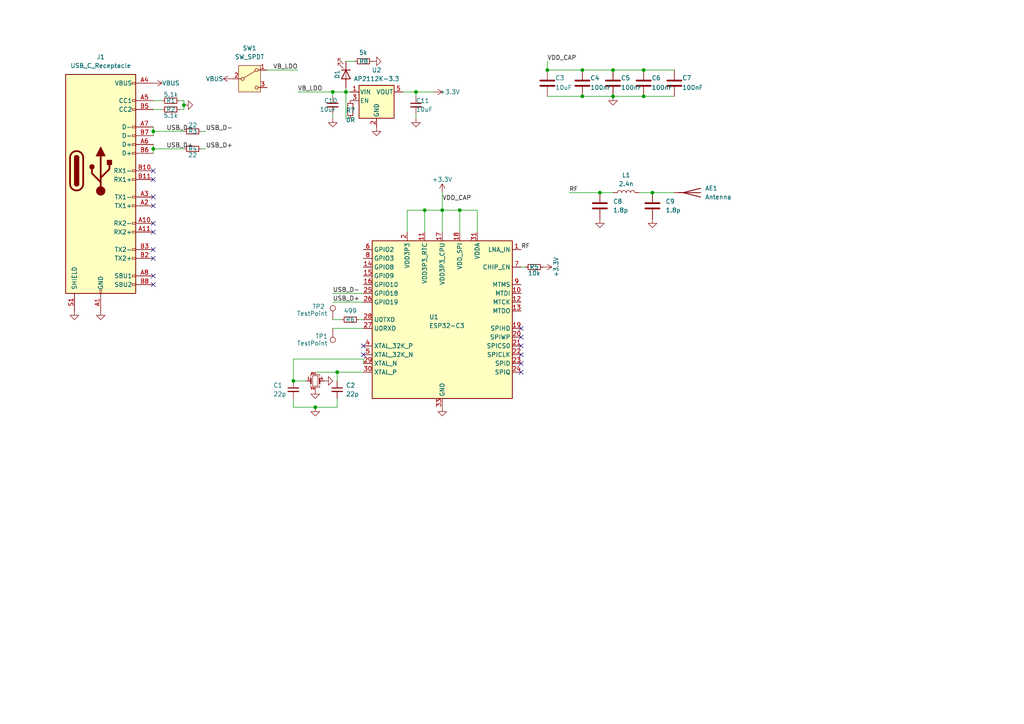
<source format=kicad_sch>
(kicad_sch (version 20231120) (generator "eeschema") (generator_version "8.0")
  (paper "A4")
  (lib_symbols
    (symbol "Connector:TestPoint" (pin_numbers hide) (pin_names (offset 0.762) hide)
      (property "Reference" "TP" (at 0 6.858 0))
      (property "Value" "TestPoint" (at 0 5.08 0))
      (symbol "TestPoint_0_1"
        (circle (center 0 3.302) (radius 0.762))
      )
      (symbol "TestPoint_1_1"
        (pin passive line (at 0 0 90) (length 2.54) (name "1") (number "1"))
      )
    )
    (symbol "Connector:USB_C_Receptacle" (pin_names (offset 1.016))
      (property "Reference" "J" (at -10.16 29.21 0))
      (property "Value" "USB_C_Receptacle" (at 10.16 29.21 0))
      (symbol "USB_C_Receptacle_0_0"
        (rectangle (start -0.254 -35.56) (end 0.254 -34.544))
        (rectangle (start 10.16 -32.766) (end 9.144 -33.274))
        (rectangle (start 10.16 -30.226) (end 9.144 -30.734))
        (rectangle (start 10.16 -25.146) (end 9.144 -25.654))
        (rectangle (start 10.16 -22.606) (end 9.144 -23.114))
        (rectangle (start 10.16 -17.526) (end 9.144 -18.034))
        (rectangle (start 10.16 -14.986) (end 9.144 -15.494))
        (rectangle (start 10.16 -9.906) (end 9.144 -10.414))
        (rectangle (start 10.16 -7.366) (end 9.144 -7.874))
        (rectangle (start 10.16 -2.286) (end 9.144 -2.794))
        (rectangle (start 10.16 0.254) (end 9.144 -0.254))
        (rectangle (start 10.16 5.334) (end 9.144 4.826))
        (rectangle (start 10.16 7.874) (end 9.144 7.366))
        (rectangle (start 10.16 10.414) (end 9.144 9.906))
        (rectangle (start 10.16 12.954) (end 9.144 12.446))
        (rectangle (start 10.16 18.034) (end 9.144 17.526))
        (rectangle (start 10.16 20.574) (end 9.144 20.066))
        (rectangle (start 10.16 25.654) (end 9.144 25.146))
      )
      (symbol "USB_C_Receptacle_0_1"
        (rectangle (start -10.16 27.94) (end 10.16 -35.56) (stroke (width 0.254)) (fill (type background)))
        (arc (start -8.89 -3.81) (mid -6.985 -5.7067) (end -5.08 -3.81) (stroke (width 0.508)))
        (arc (start -7.62 -3.81) (mid -6.985 -4.4423) (end -6.35 -3.81) (stroke (width 0.254)))
        (arc (start -7.62 -3.81) (mid -6.985 -4.4423) (end -6.35 -3.81) (stroke (width 0.254)) (fill (type outline)))
        (rectangle (start -7.62 -3.81) (end -6.35 3.81) (stroke (width 0.254)) (fill (type outline)))
        (arc (start -6.35 3.81) (mid -6.985 4.4423) (end -7.62 3.81) (stroke (width 0.254)))
        (arc (start -6.35 3.81) (mid -6.985 4.4423) (end -7.62 3.81) (stroke (width 0.254)) (fill (type outline)))
        (arc (start -5.08 3.81) (mid -6.985 5.7067) (end -8.89 3.81) (stroke (width 0.508)))
        (polyline (pts (xy -8.89 -3.81) (xy -8.89 3.81)) (stroke (width 0.508)))
        (polyline (pts (xy -5.08 3.81) (xy -5.08 -3.81)) (stroke (width 0.508)))
      )
      (symbol "USB_C_Receptacle_1_1"
        (circle (center -2.54 1.143) (radius 0.635) (stroke (width 0.254)) (fill (type outline)))
        (circle (center 0 -5.842) (radius 1.27) (fill (type outline)))
        (polyline (pts (xy 0 -5.842) (xy 0 4.318)) (stroke (width 0.508)))
        (polyline (pts (xy 0 -3.302) (xy -2.54 -0.762) (xy -2.54 0.508)) (stroke (width 0.508)))
        (polyline (pts (xy 0 -2.032) (xy 2.54 0.508) (xy 2.54 1.778)) (stroke (width 0.508)))
        (polyline (pts (xy -1.27 4.318) (xy 0 6.858) (xy 1.27 4.318) (xy -1.27 4.318)) (stroke (width 0.254)) (fill (type outline)))
        (rectangle (start 1.905 1.778) (end 3.175 3.048) (stroke (width 0.254)) (fill (type outline)))
        (pin passive line (at 0 -40.64 90) (length 5.08) (name "GND") (number "A1"))
        (pin bidirectional line (at 15.24 -15.24 180) (length 5.08) (name "RX2-") (number "A10"))
        (pin bidirectional line (at 15.24 -17.78 180) (length 5.08) (name "RX2+") (number "A11"))
        (pin passive line (at 0 -40.64 90) (length 5.08) hide (name "GND") (number "A12"))
        (pin bidirectional line (at 15.24 -10.16 180) (length 5.08) (name "TX1+") (number "A2"))
        (pin bidirectional line (at 15.24 -7.62 180) (length 5.08) (name "TX1-") (number "A3"))
        (pin passive line (at 15.24 25.4 180) (length 5.08) (name "VBUS") (number "A4"))
        (pin bidirectional line (at 15.24 20.32 180) (length 5.08) (name "CC1") (number "A5"))
        (pin bidirectional line (at 15.24 7.62 180) (length 5.08) (name "D+") (number "A6"))
        (pin bidirectional line (at 15.24 12.7 180) (length 5.08) (name "D-") (number "A7"))
        (pin bidirectional line (at 15.24 -30.48 180) (length 5.08) (name "SBU1") (number "A8"))
        (pin passive line (at 15.24 25.4 180) (length 5.08) hide (name "VBUS") (number "A9"))
        (pin passive line (at 0 -40.64 90) (length 5.08) hide (name "GND") (number "B1"))
        (pin bidirectional line (at 15.24 0 180) (length 5.08) (name "RX1-") (number "B10"))
        (pin bidirectional line (at 15.24 -2.54 180) (length 5.08) (name "RX1+") (number "B11"))
        (pin passive line (at 0 -40.64 90) (length 5.08) hide (name "GND") (number "B12"))
        (pin bidirectional line (at 15.24 -25.4 180) (length 5.08) (name "TX2+") (number "B2"))
        (pin bidirectional line (at 15.24 -22.86 180) (length 5.08) (name "TX2-") (number "B3"))
        (pin passive line (at 15.24 25.4 180) (length 5.08) hide (name "VBUS") (number "B4"))
        (pin bidirectional line (at 15.24 17.78 180) (length 5.08) (name "CC2") (number "B5"))
        (pin bidirectional line (at 15.24 5.08 180) (length 5.08) (name "D+") (number "B6"))
        (pin bidirectional line (at 15.24 10.16 180) (length 5.08) (name "D-") (number "B7"))
        (pin bidirectional line (at 15.24 -33.02 180) (length 5.08) (name "SBU2") (number "B8"))
        (pin passive line (at 15.24 25.4 180) (length 5.08) hide (name "VBUS") (number "B9"))
        (pin passive line (at -7.62 -40.64 90) (length 5.08) (name "SHIELD") (number "S1"))
      )
    )
    (symbol "Device:Antenna" (pin_numbers hide) (pin_names (offset 1.016) hide)
      (property "Reference" "AE" (at -1.905 1.905 0))
      (property "Value" "Antenna" (at -1.905 0 0))
      (symbol "Antenna_0_1"
        (polyline (pts (xy 0 2.54) (xy 0 -3.81)) (stroke (width 0.254)))
        (polyline (pts (xy 1.27 2.54) (xy 0 -2.54) (xy -1.27 2.54)) (stroke (width 0.254)))
      )
      (symbol "Antenna_1_1"
        (pin input line (at 0 -5.08 90) (length 2.54) (name "A") (number "1"))
      )
    )
    (symbol "Device:C" (pin_numbers hide) (pin_names (offset 0.254))
      (property "Reference" "C" (at 0.635 2.54 0))
      (property "Value" "C" (at 0.635 -2.54 0))
      (symbol "C_0_1"
        (polyline (pts (xy -2.032 -0.762) (xy 2.032 -0.762)) (stroke (width 0.508)))
        (polyline (pts (xy -2.032 0.762) (xy 2.032 0.762)) (stroke (width 0.508)))
      )
      (symbol "C_1_1"
        (pin passive line (at 0 3.81 270) (length 2.794) (name "~") (number "1"))
        (pin passive line (at 0 -3.81 90) (length 2.794) (name "~") (number "2"))
      )
    )
    (symbol "Device:C_Small" (pin_numbers hide) (pin_names (offset 0.254) hide)
      (property "Reference" "C" (at 0.254 1.778 0))
      (property "Value" "C_Small" (at 0.254 -2.032 0))
      (symbol "C_Small_0_1"
        (polyline (pts (xy -1.524 -0.508) (xy 1.524 -0.508)) (stroke (width 0.3302)))
        (polyline (pts (xy -1.524 0.508) (xy 1.524 0.508)) (stroke (width 0.3048)))
      )
      (symbol "C_Small_1_1"
        (pin passive line (at 0 2.54 270) (length 2.032) (name "~") (number "1"))
        (pin passive line (at 0 -2.54 90) (length 2.032) (name "~") (number "2"))
      )
    )
    (symbol "Device:Crystal_GND23_Small" (pin_names (offset 1.016) hide)
      (property "Reference" "Y" (at 1.27 4.445 0))
      (property "Value" "Crystal_GND23_Small" (at 1.27 2.54 0))
      (symbol "Crystal_GND23_Small_0_1"
        (rectangle (start -0.762 -1.524) (end 0.762 1.524))
        (polyline (pts (xy -1.27 -0.762) (xy -1.27 0.762)) (stroke (width 0.381)))
        (polyline (pts (xy 1.27 -0.762) (xy 1.27 0.762)) (stroke (width 0.381)))
        (polyline (pts (xy -1.27 -1.27) (xy -1.27 -1.905) (xy 1.27 -1.905) (xy 1.27 -1.27)))
        (polyline (pts (xy -1.27 1.27) (xy -1.27 1.905) (xy 1.27 1.905) (xy 1.27 1.27)))
      )
      (symbol "Crystal_GND23_Small_1_1"
        (pin passive line (at -2.54 0 0) (length 1.27) (name "1") (number "1"))
        (pin passive line (at 0 -2.54 90) (length 0.635) (name "2") (number "2"))
        (pin passive line (at 0 2.54 270) (length 0.635) (name "3") (number "3"))
        (pin passive line (at 2.54 0 180) (length 1.27) (name "4") (number "4"))
      )
    )
    (symbol "Device:L" (pin_numbers hide) (pin_names (offset 1.016) hide)
      (property "Reference" "L" (at -1.27 0 90))
      (property "Value" "L" (at 1.905 0 90))
      (symbol "L_0_1"
        (arc (start 0 -2.54) (mid 0.6323 -1.905) (end 0 -1.27))
        (arc (start 0 -1.27) (mid 0.6323 -0.635) (end 0 0))
        (arc (start 0 0) (mid 0.6323 0.635) (end 0 1.27))
        (arc (start 0 1.27) (mid 0.6323 1.905) (end 0 2.54))
      )
      (symbol "L_1_1"
        (pin passive line (at 0 3.81 270) (length 1.27) (name "1") (number "1"))
        (pin passive line (at 0 -3.81 90) (length 1.27) (name "2") (number "2"))
      )
    )
    (symbol "Device:LED" (pin_numbers hide) (pin_names (offset 1.016) hide)
      (property "Reference" "D" (at 0 2.54 0))
      (property "Value" "LED" (at 0 -2.54 0))
      (symbol "LED_0_1"
        (polyline (pts (xy -1.27 -1.27) (xy -1.27 1.27)) (stroke (width 0.254)))
        (polyline (pts (xy -1.27 0) (xy 1.27 0)))
        (polyline (pts (xy 1.27 -1.27) (xy 1.27 1.27) (xy -1.27 0) (xy 1.27 -1.27)) (stroke (width 0.254)))
        (polyline (pts (xy -3.048 -0.762) (xy -4.572 -2.286) (xy -3.81 -2.286) (xy -4.572 -2.286) (xy -4.572 -1.524)))
        (polyline (pts (xy -1.778 -0.762) (xy -3.302 -2.286) (xy -2.54 -2.286) (xy -3.302 -2.286) (xy -3.302 -1.524)))
      )
      (symbol "LED_1_1"
        (pin passive line (at -3.81 0 0) (length 2.54) (name "K") (number "1"))
        (pin passive line (at 3.81 0 180) (length 2.54) (name "A") (number "2"))
      )
    )
    (symbol "Device:R_Small" (pin_numbers hide) (pin_names (offset 0.254) hide)
      (property "Reference" "R" (at 0.762 0.508 0))
      (property "Value" "R_Small" (at 0.762 -1.016 0))
      (symbol "R_Small_0_1"
        (rectangle (start -0.762 1.778) (end 0.762 -1.778) (stroke (width 0.2032)))
      )
      (symbol "R_Small_1_1"
        (pin passive line (at 0 2.54 270) (length 0.762) (name "~") (number "1"))
        (pin passive line (at 0 -2.54 90) (length 0.762) (name "~") (number "2"))
      )
    )
    (symbol "MCU_Espressif:ESP32-C3"
      (property "Reference" "U" (at -17.272 23.876 0))
      (property "Value" "ESP32-C3" (at 16.256 23.876 0))
      (symbol "ESP32-C3_1_1"
        (rectangle (start -20.32 22.86) (end 20.32 -22.86) (stroke (width 0.254)) (fill (type background)))
        (pin bidirectional line (at 22.86 20.32 180) (length 2.54) (name "LNA_IN") (number "1"))
        (pin bidirectional line (at 22.86 7.62 180) (length 2.54) (name "MTDI") (number "10"))
        (pin power_in line (at -5.08 25.4 270) (length 2.54) (name "VDD3P3_RTC") (number "11"))
        (pin bidirectional line (at 22.86 5.08 180) (length 2.54) (name "MTCK") (number "12"))
        (pin bidirectional line (at 22.86 2.54 180) (length 2.54) (name "MTDO") (number "13"))
        (pin bidirectional line (at -22.86 15.24 0) (length 2.54) (name "GPIO8") (number "14"))
        (pin bidirectional line (at -22.86 12.7 0) (length 2.54) (name "GPIO9") (number "15"))
        (pin bidirectional line (at -22.86 10.16 0) (length 2.54) (name "GPIO10") (number "16"))
        (pin power_in line (at 0 25.4 270) (length 2.54) (name "VDD3P3_CPU") (number "17"))
        (pin power_out line (at 5.08 25.4 270) (length 2.54) (name "VDD_SPI") (number "18"))
        (pin bidirectional line (at 22.86 -2.54 180) (length 2.54) (name "SPIHD") (number "19"))
        (pin power_in line (at -10.16 25.4 270) (length 2.54) (name "VDD3P3") (number "2"))
        (pin bidirectional line (at 22.86 -5.08 180) (length 2.54) (name "SPIWP") (number "20"))
        (pin bidirectional line (at 22.86 -7.62 180) (length 2.54) (name "SPICS0") (number "21"))
        (pin bidirectional line (at 22.86 -10.16 180) (length 2.54) (name "SPICLK") (number "22"))
        (pin bidirectional line (at 22.86 -12.7 180) (length 2.54) (name "SPID") (number "23"))
        (pin bidirectional line (at 22.86 -15.24 180) (length 2.54) (name "SPIQ") (number "24"))
        (pin bidirectional line (at -22.86 7.62 0) (length 2.54) (name "GPIO18") (number "25"))
        (pin bidirectional line (at -22.86 5.08 0) (length 2.54) (name "GPIO19") (number "26"))
        (pin bidirectional line (at -22.86 -2.54 0) (length 2.54) (name "U0RXD") (number "27"))
        (pin bidirectional line (at -22.86 0 0) (length 2.54) (name "U0TXD") (number "28"))
        (pin bidirectional line (at -22.86 -12.7 0) (length 2.54) (name "XTAL_N") (number "29"))
        (pin passive line (at -10.16 25.4 270) (length 2.54) hide (name "VDD3P3") (number "3"))
        (pin bidirectional line (at -22.86 -15.24 0) (length 2.54) (name "XTAL_P") (number "30"))
        (pin power_in line (at 10.16 25.4 270) (length 2.54) (name "VDDA") (number "31"))
        (pin passive line (at 10.16 25.4 270) (length 2.54) hide (name "VDDA") (number "32"))
        (pin power_in line (at 0 -25.4 90) (length 2.54) (name "GND") (number "33"))
        (pin bidirectional line (at -22.86 -7.62 0) (length 2.54) (name "XTAL_32K_P") (number "4"))
        (pin bidirectional line (at -22.86 -10.16 0) (length 2.54) (name "XTAL_32K_N") (number "5"))
        (pin bidirectional line (at -22.86 20.32 0) (length 2.54) (name "GPIO2") (number "6"))
        (pin bidirectional line (at 22.86 15.24 180) (length 2.54) (name "CHIP_EN") (number "7"))
        (pin bidirectional line (at -22.86 17.78 0) (length 2.54) (name "GPIO3") (number "8"))
        (pin bidirectional line (at 22.86 10.16 180) (length 2.54) (name "MTMS") (number "9"))
      )
    )
    (symbol "Regulator_Linear:AP2112K-3.3" (pin_names (offset 0.254))
      (property "Reference" "U" (at -5.08 5.715 0))
      (property "Value" "AP2112K-3.3" (at 0 5.715 0))
      (symbol "AP2112K-3.3_0_1"
        (rectangle (start -5.08 4.445) (end 5.08 -5.08) (stroke (width 0.254)) (fill (type background)))
      )
      (symbol "AP2112K-3.3_1_1"
        (pin power_in line (at -7.62 2.54 0) (length 2.54) (name "VIN") (number "1"))
        (pin power_in line (at 0 -7.62 90) (length 2.54) (name "GND") (number "2"))
        (pin input line (at -7.62 0 0) (length 2.54) (name "EN") (number "3"))
        (pin no_connect line (at 5.08 0 180) (length 2.54) hide (name "NC") (number "4"))
        (pin power_out line (at 7.62 2.54 180) (length 2.54) (name "VOUT") (number "5"))
      )
    )
    (symbol "Switch:SW_SPDT" (pin_names (offset 0) hide)
      (property "Reference" "SW" (at 0 5.08 0))
      (property "Value" "SW_SPDT" (at 0 -5.08 0))
      (symbol "SW_SPDT_0_1"
        (circle (center -2.032 0) (radius 0.4572))
        (polyline (pts (xy -1.651 0.254) (xy 1.651 2.286)))
        (circle (center 2.032 -2.54) (radius 0.4572))
        (circle (center 2.032 2.54) (radius 0.4572))
      )
      (symbol "SW_SPDT_1_1"
        (rectangle (start -3.175 3.81) (end 3.175 -3.81) (fill (type background)))
        (pin passive line (at 5.08 2.54 180) (length 2.54) (name "A") (number "1"))
        (pin passive line (at -5.08 0 0) (length 2.54) (name "B") (number "2"))
        (pin passive line (at 5.08 -2.54 180) (length 2.54) (name "C") (number "3"))
      )
    )
    (symbol "power:+3.3V" (power) (pin_names (offset 0))
      (property "Value" "+3.3V" (at 0 3.556 0))
      (symbol "+3.3V_0_1"
        (polyline (pts (xy -0.762 1.27) (xy 0 2.54)))
        (polyline (pts (xy 0 0) (xy 0 2.54)))
        (polyline (pts (xy 0 2.54) (xy 0.762 1.27)))
      )
      (symbol "+3.3V_1_1"
        (pin power_in line (at 0 0 90) (length 0) hide (name "+3.3V") (number "1"))
      )
    )
    (symbol "power:GND" (power) (pin_numbers hide) (pin_names (offset 0) hide)
      (property "Value" "GND" (at 0 -3.81 0))
      (symbol "GND_0_1"
        (polyline (pts (xy 0 0) (xy 0 -1.27) (xy 1.27 -1.27) (xy 0 -2.54) (xy -1.27 -1.27) (xy 0 -1.27)))
      )
      (symbol "GND_1_1"
        (pin power_in line (at 0 0 270) (length 0) (name "~") (number "1"))
      )
    )
    (symbol "power:VBUS" (power) (pin_names (offset 0))
      (property "Value" "VBUS" (at 0 3.81 0))
      (symbol "VBUS_0_1"
        (polyline (pts (xy -0.762 1.27) (xy 0 2.54)))
        (polyline (pts (xy 0 0) (xy 0 2.54)))
        (polyline (pts (xy 0 2.54) (xy 0.762 1.27)))
      )
      (symbol "VBUS_1_1"
        (pin power_in line (at 0 0 90) (length 0) hide (name "VBUS") (number "1"))
      )
    )
  )
  (junction (at 123.19 60.96))
  (junction (at 85.09 110.49))
  (junction (at 44.45 38.1))
  (junction (at 168.91 27.94))
  (junction (at 53.34 30.48))
  (junction (at 100.33 26.67))
  (junction (at 168.91 20.32))
  (junction (at 186.69 27.94))
  (junction (at 177.8 20.32))
  (junction (at 189.23 55.88))
  (junction (at 96.52 26.67))
  (junction (at 44.45 43.18))
  (junction (at 173.99 55.88))
  (junction (at 97.79 107.95))
  (junction (at 120.65 26.67))
  (junction (at 128.27 60.96))
  (junction (at 133.35 60.96))
  (junction (at 177.8 27.94))
  (junction (at 186.69 20.32))
  (junction (at 158.75 20.32))
  (junction (at 91.44 118.11))
  (no_connect (at 44.45 67.31))
  (no_connect (at 151.13 95.25))
  (no_connect (at 151.13 105.41))
  (no_connect (at 44.45 57.15))
  (no_connect (at 44.45 82.55))
  (no_connect (at 44.45 52.07))
  (no_connect (at 44.45 49.53))
  (no_connect (at 44.45 72.39))
  (no_connect (at 151.13 100.33))
  (no_connect (at 151.13 97.79))
  (no_connect (at 105.41 100.33))
  (no_connect (at 44.45 74.93))
  (no_connect (at 44.45 64.77))
  (no_connect (at 105.41 102.87))
  (no_connect (at 151.13 102.87))
  (no_connect (at 151.13 107.95))
  (no_connect (at 44.45 59.69))
  (no_connect (at 44.45 80.01))
  (wire (pts (xy 177.8 20.32) (xy 186.69 20.32)))
  (wire (pts (xy 128.27 60.96) (xy 133.35 60.96)))
  (wire (pts (xy 44.45 41.91) (xy 44.45 43.18)))
  (wire (pts (xy 173.99 55.88) (xy 177.8 55.88)))
  (wire (pts (xy 120.65 27.94) (xy 120.65 26.67)))
  (wire (pts (xy 102.87 17.78) (xy 100.33 17.78)))
  (wire (pts (xy 105.41 107.95) (xy 97.79 107.95)))
  (wire (pts (xy 100.33 26.67) (xy 101.6 26.67)))
  (wire (pts (xy 118.11 67.31) (xy 118.11 60.96)))
  (wire (pts (xy 177.8 27.94) (xy 186.69 27.94)))
  (wire (pts (xy 120.65 33.02) (xy 120.65 34.29)))
  (wire (pts (xy 97.79 118.11) (xy 97.79 115.57)))
  (wire (pts (xy 44.45 29.21) (xy 46.99 29.21)))
  (wire (pts (xy 97.79 107.95) (xy 97.79 110.49)))
  (wire (pts (xy 100.33 34.29) (xy 100.33 26.67)))
  (wire (pts (xy 105.41 104.14) (xy 105.41 105.41)))
  (wire (pts (xy 118.11 60.96) (xy 123.19 60.96)))
  (wire (pts (xy 96.52 27.94) (xy 96.52 26.67)))
  (wire (pts (xy 96.52 85.09) (xy 105.41 85.09)))
  (wire (pts (xy 158.75 17.78) (xy 158.75 20.32)))
  (wire (pts (xy 165.1 55.88) (xy 173.99 55.88)))
  (wire (pts (xy 91.44 118.11) (xy 97.79 118.11)))
  (wire (pts (xy 120.65 26.67) (xy 125.73 26.67)))
  (wire (pts (xy 85.09 104.14) (xy 85.09 110.49)))
  (wire (pts (xy 128.27 55.88) (xy 128.27 60.96)))
  (wire (pts (xy 52.07 31.75) (xy 53.34 31.75)))
  (wire (pts (xy 186.69 20.32) (xy 195.58 20.32)))
  (wire (pts (xy 52.07 29.21) (xy 53.34 29.21)))
  (wire (pts (xy 123.19 60.96) (xy 128.27 60.96)))
  (wire (pts (xy 158.75 20.32) (xy 168.91 20.32)))
  (wire (pts (xy 44.45 38.1) (xy 44.45 39.37)))
  (wire (pts (xy 96.52 87.63) (xy 105.41 87.63)))
  (wire (pts (xy 138.43 60.96) (xy 138.43 67.31)))
  (wire (pts (xy 96.52 92.71) (xy 99.06 92.71)))
  (wire (pts (xy 96.52 33.02) (xy 96.52 34.29)))
  (wire (pts (xy 53.34 29.21) (xy 53.34 30.48)))
  (wire (pts (xy 168.91 20.32) (xy 177.8 20.32)))
  (wire (pts (xy 123.19 60.96) (xy 123.19 67.31)))
  (wire (pts (xy 185.42 55.88) (xy 189.23 55.88)))
  (wire (pts (xy 91.44 107.95) (xy 97.79 107.95)))
  (wire (pts (xy 44.45 36.83) (xy 44.45 38.1)))
  (wire (pts (xy 133.35 60.96) (xy 133.35 67.31)))
  (wire (pts (xy 85.09 110.49) (xy 88.9 110.49)))
  (wire (pts (xy 189.23 55.88) (xy 195.58 55.88)))
  (wire (pts (xy 58.42 43.18) (xy 59.69 43.18)))
  (wire (pts (xy 44.45 38.1) (xy 53.34 38.1)))
  (wire (pts (xy 85.09 104.14) (xy 105.41 104.14)))
  (wire (pts (xy 100.33 25.4) (xy 100.33 26.67)))
  (wire (pts (xy 85.09 118.11) (xy 85.09 115.57)))
  (wire (pts (xy 128.27 60.96) (xy 128.27 67.31)))
  (wire (pts (xy 44.45 31.75) (xy 46.99 31.75)))
  (wire (pts (xy 151.13 77.47) (xy 152.4 77.47)))
  (wire (pts (xy 86.36 26.67) (xy 96.52 26.67)))
  (wire (pts (xy 96.52 95.25) (xy 105.41 95.25)))
  (wire (pts (xy 168.91 27.94) (xy 177.8 27.94)))
  (wire (pts (xy 116.84 26.67) (xy 120.65 26.67)))
  (wire (pts (xy 158.75 27.94) (xy 168.91 27.94)))
  (wire (pts (xy 101.6 34.29) (xy 100.33 34.29)))
  (wire (pts (xy 58.42 38.1) (xy 59.69 38.1)))
  (wire (pts (xy 86.36 20.32) (xy 77.47 20.32)))
  (wire (pts (xy 85.09 118.11) (xy 91.44 118.11)))
  (wire (pts (xy 44.45 43.18) (xy 44.45 44.45)))
  (wire (pts (xy 104.14 92.71) (xy 105.41 92.71)))
  (wire (pts (xy 53.34 31.75) (xy 53.34 30.48)))
  (wire (pts (xy 133.35 60.96) (xy 138.43 60.96)))
  (wire (pts (xy 96.52 26.67) (xy 100.33 26.67)))
  (wire (pts (xy 186.69 27.94) (xy 195.58 27.94)))
  (wire (pts (xy 44.45 43.18) (xy 53.34 43.18)))
  (label "VB_LDO" (at 86.36 26.67 0))
  (label "RF" (at 165.1 55.88 0))
  (label "USB_D-" (at 59.69 38.1 0))
  (label "USB_D+" (at 59.69 43.18 0))
  (label "RF" (at 151.13 72.39 0))
  (label "USB_D+" (at 48.26 43.18 0))
  (label "USB_D-" (at 48.26 38.1 0))
  (label "VDD_CAP" (at 158.75 17.78 0))
  (label "VB_LDO" (at 86.36 20.32 180))
  (label "USB_D-" (at 96.52 85.09 0))
  (label "VDD_CAP" (at 128.27 58.42 0))
  (label "USB_D+" (at 96.52 87.63 0))
  (symbol (lib_id "power:GND") (at 29.21 90.17 0) (unit 1)
    (property "Reference" "#PWR09" (effects (hide yes)))
    (property "Value" "GND" (effects (hide yes)))
    (property "Description" "Power symbol creates a global label with name \"GND\" , ground" (effects (hide yes)))
  )
  (symbol (lib_id "Device:R_Small") (at 101.6 31.75 0) (unit 1)
    (property "Reference" "R7" (at 100.33 32.004 0) (effects (justify left)))
    (property "Value" "0R" (at 100.33 34.798 0) (effects (justify left)))
    (property "Footprint" "Resistor_SMD:R_0402_1005Metric_Pad0.72x0.64mm_HandSolder" (effects (hide yes)))
  )
  (symbol (lib_id "Device:C") (at 177.8 24.13 0) (unit 1)
    (property "Reference" "C5" (at 180.086 22.606 0) (effects (justify left)))
    (property "Value" "100nF" (at 180.086 25.4 0) (effects (justify left)))
    (property "Footprint" "Capacitor_SMD:C_0402_1005Metric" (effects (hide yes)))
    (property "Description" "Unpolarized capacitor" (effects (hide yes)))
  )
  (symbol (lib_id "Switch:SW_SPDT") (at 72.39 22.86 0) (unit 1)
    (property "Reference" "SW1" (at 72.39 13.97 0))
    (property "Value" "SW_SPDT" (at 72.39 16.51 0))
    (property "Footprint" "Button_Switch_SMD:SW_SPDT_CK_JS102011SAQN" (effects (hide yes)))
    (property "Description" "Switch, single pole double throw" (effects (hide yes)))
  )
  (symbol (lib_id "Device:C_Small") (at 96.52 30.48 0) (unit 1)
    (property "Reference" "C10" (at 93.98 29.21 0) (effects (justify left)))
    (property "Value" "10uF" (at 92.71 31.75 0) (effects (justify left)))
    (property "Footprint" "Capacitor_SMD:C_0402_1005Metric" (effects (hide yes)))
  )
  (symbol (lib_id "Device:C") (at 158.75 24.13 0) (unit 1)
    (property "Reference" "C3" (at 161.036 22.606 0) (effects (justify left)))
    (property "Value" "10uF" (at 161.036 25.4 0) (effects (justify left)))
    (property "Footprint" "Capacitor_SMD:C_0402_1005Metric" (effects (hide yes)))
    (property "Description" "Unpolarized capacitor" (effects (hide yes)))
  )
  (symbol (lib_id "Device:C") (at 173.99 59.69 0) (unit 1)
    (property "Reference" "C8" (at 177.8 58.4199 0) (effects (justify left)))
    (property "Value" "1.8p" (at 177.8 60.9599 0) (effects (justify left)))
    (property "Footprint" "Capacitor_SMD:C_0201_0603Metric" (effects (hide yes)))
    (property "Description" "Unpolarized capacitor" (effects (hide yes)))
  )
  (symbol (lib_id "Device:R_Small") (at 55.88 38.1 90) (mirror x) (unit 1)
    (property "Reference" "R3" (at 55.88 38.1 90))
    (property "Value" "22" (at 55.88 36.322 90))
    (property "Footprint" "Resistor_SMD:R_0402_1005Metric" (effects (hide yes)))
    (property "Description" "Resistor, small symbol" (effects (hide yes)))
  )
  (symbol (lib_id "Device:C") (at 168.91 24.13 0) (unit 1)
    (property "Reference" "C4" (at 171.196 22.606 0) (effects (justify left)))
    (property "Value" "100nF" (at 171.196 25.4 0) (effects (justify left)))
    (property "Footprint" "Capacitor_SMD:C_0402_1005Metric" (effects (hide yes)))
    (property "Description" "Unpolarized capacitor" (effects (hide yes)))
  )
  (symbol (lib_id "Device:C_Small") (at 97.79 113.03 0) (unit 1)
    (property "Reference" "C2" (at 100.33 111.7662 0) (effects (justify left)))
    (property "Value" "22p" (at 100.33 114.3062 0) (effects (justify left)))
    (property "Footprint" "Capacitor_SMD:C_0201_0603Metric" (effects (hide yes)))
    (property "Description" "Unpolarized capacitor, small symbol" (effects (hide yes)))
  )
  (symbol (lib_id "Connector:USB_C_Receptacle") (at 29.21 49.53 0) (unit 1)
    (property "Reference" "J1" (at 29.21 16.51 0))
    (property "Value" "USB_C_Receptacle" (at 29.21 19.05 0))
    (property "Footprint" "usbc:USB-TYPE-C-TH_TYPEC-300D-BCP16H100" (effects (hide yes)))
    (property "Datasheet" "https://www.usb.org/sites/default/files/documents/usb_type-c.zip" (effects (hide yes)))
    (property "Description" "USB Full-Featured Type-C Receptacle connector" (effects (hide yes)))
  )
  (symbol (lib_id "power:GND") (at 177.8 27.94 0) (unit 1)
    (property "Reference" "#PWR04" (effects (hide yes)))
    (property "Value" "GND" (effects (hide yes)))
    (property "Description" "Power symbol creates a global label with name \"GND\" , ground" (effects (hide yes)))
  )
  (symbol (lib_id "power:GND") (at 128.27 118.11 0) (unit 1)
    (property "Reference" "#PWR01" (effects (hide yes)))
    (property "Value" "GND" (effects (hide yes)))
    (property "Description" "Power symbol creates a global label with name \"GND\" , ground" (effects (hide yes)))
  )
  (symbol (lib_id "Device:C") (at 195.58 24.13 0) (unit 1)
    (property "Reference" "C7" (at 197.866 22.606 0) (effects (justify left)))
    (property "Value" "100nF" (at 197.866 25.4 0) (effects (justify left)))
    (property "Footprint" "Capacitor_SMD:C_0402_1005Metric" (effects (hide yes)))
    (property "Description" "Unpolarized capacitor" (effects (hide yes)))
  )
  (symbol (lib_id "Device:R_Small") (at 105.41 17.78 90) (mirror x) (unit 1)
    (property "Reference" "R8" (at 104.14 17.78 90) (effects (justify right)))
    (property "Value" "5k" (at 104.14 15.24 90) (effects (justify right)))
    (property "Footprint" "Resistor_SMD:R_0402_1005Metric" (effects (hide yes)))
  )
  (symbol (lib_id "Connector:TestPoint") (at 96.52 95.25 180) (unit 1)
    (property "Reference" "TP1" (at 91.44 97.536 0) (effects (justify right)))
    (property "Value" "TestPoint" (at 86.106 99.568 0) (effects (justify right)))
    (property "Footprint" "TestPoint:TestPoint_Pad_D1.5mm" (effects (hide yes)))
    (property "Description" "test point" (effects (hide yes)))
  )
  (symbol (lib_id "power:GND") (at 120.65 34.29 0) (unit 1)
    (property "Reference" "#PWR014" (effects (hide yes)))
    (property "Value" "GND" (effects (hide yes)))
  )
  (symbol (lib_id "Device:R_Small") (at 55.88 43.18 90) (mirror x) (unit 1)
    (property "Reference" "R4" (at 55.88 43.18 90))
    (property "Value" "22" (at 55.88 44.958 90))
    (property "Footprint" "Resistor_SMD:R_0402_1005Metric" (effects (hide yes)))
    (property "Description" "Resistor, small symbol" (effects (hide yes)))
  )
  (symbol (lib_id "power:GND") (at 96.52 34.29 0) (unit 1)
    (property "Reference" "#PWR011" (effects (hide yes)))
    (property "Value" "GND" (effects (hide yes)))
  )
  (symbol (lib_id "Regulator_Linear:AP2112K-3.3") (at 109.22 29.21 0) (unit 1)
    (property "Reference" "U2" (at 109.22 20.32 0))
    (property "Value" "AP2112K-3.3" (at 109.22 22.86 0))
    (property "Footprint" "Package_TO_SOT_SMD:SOT-23-5" (effects (hide yes)))
    (property "Datasheet" "https://www.diodes.com/assets/Datasheets/AP2112.pdf" (effects (hide yes)))
  )
  (symbol (lib_id "Device:Antenna") (at 200.66 55.88 270) (unit 1)
    (property "Reference" "AE1" (at 204.47 54.6099 90) (effects (justify left)))
    (property "Value" "Antenna" (at 204.47 57.1499 90) (effects (justify left)))
    (property "Footprint" "RF_Antenna:Texas_SWRA117D_2.4GHz_Left" (effects (hide yes)))
    (property "Description" "Antenna" (effects (hide yes)))
  )
  (symbol (lib_id "power:GND") (at 91.44 118.11 0) (unit 1)
    (property "Reference" "#PWR02" (effects (hide yes)))
    (property "Value" "GND" (effects (hide yes)))
    (property "Description" "Power symbol creates a global label with name \"GND\" , ground" (effects (hide yes)))
  )
  (symbol (lib_id "Device:R_Small") (at 101.6 92.71 90) (unit 1)
    (property "Reference" "R6" (at 101.6 92.71 90))
    (property "Value" "499" (at 101.6 90.17 90))
    (property "Footprint" "Resistor_SMD:R_0201_0603Metric" (effects (hide yes)))
    (property "Description" "Resistor, small symbol" (effects (hide yes)))
  )
  (symbol (lib_id "power:VBUS") (at 44.45 24.13 270) (unit 1)
    (property "Reference" "#PWR016" (effects (hide yes)))
    (property "Value" "VBUS" (at 46.99 24.13 90) (effects (justify left)))
  )
  (symbol (lib_id "Device:R_Small") (at 49.53 29.21 90) (unit 1)
    (property "Reference" "R1" (at 49.53 29.21 90))
    (property "Value" "5.1k" (at 49.53 27.432 90))
    (property "Footprint" "Resistor_SMD:R_0402_1005Metric" (effects (hide yes)))
    (property "Description" "Resistor, small symbol" (effects (hide yes)))
  )
  (symbol (lib_id "Device:R_Small") (at 49.53 31.75 90) (mirror x) (unit 1)
    (property "Reference" "R2" (at 49.53 31.75 90))
    (property "Value" "5.1k" (at 49.53 33.528 90))
    (property "Footprint" "Resistor_SMD:R_0402_1005Metric" (effects (hide yes)))
    (property "Description" "Resistor, small symbol" (effects (hide yes)))
  )
  (symbol (lib_id "power:+3.3V") (at 157.48 77.47 270) (mirror x) (unit 1)
    (property "Reference" "#PWR06" (effects (hide yes)))
    (property "Value" "+3.3V" (at 161.29 77.47 0))
  )
  (symbol (lib_id "power:GND") (at 21.59 90.17 0) (unit 1)
    (property "Reference" "#PWR019" (effects (hide yes)))
    (property "Value" "GND" (effects (hide yes)))
    (property "Description" "Power symbol creates a global label with name \"GND\" , ground" (effects (hide yes)))
  )
  (symbol (lib_id "power:GND") (at 189.23 63.5 0) (unit 1)
    (property "Reference" "#PWR08" (effects (hide yes)))
    (property "Value" "GND" (effects (hide yes)))
    (property "Description" "Power symbol creates a global label with name \"GND\" , ground" (effects (hide yes)))
  )
  (symbol (lib_id "Device:C") (at 186.69 24.13 0) (unit 1)
    (property "Reference" "C6" (at 188.976 22.606 0) (effects (justify left)))
    (property "Value" "100nF" (at 188.976 25.4 0) (effects (justify left)))
    (property "Footprint" "Capacitor_SMD:C_0402_1005Metric" (effects (hide yes)))
    (property "Description" "Unpolarized capacitor" (effects (hide yes)))
  )
  (symbol (lib_id "power:VBUS") (at 67.31 22.86 90) (unit 1)
    (property "Reference" "#PWR021" (effects (hide yes)))
    (property "Value" "VBUS" (at 64.77 22.86 90) (effects (justify left)))
  )
  (symbol (lib_id "Device:R_Small") (at 154.94 77.47 90) (mirror x) (unit 1)
    (property "Reference" "R5" (at 154.94 77.47 90))
    (property "Value" "10k" (at 154.94 79.248 90))
    (property "Footprint" "Resistor_SMD:R_0402_1005Metric" (effects (hide yes)))
    (property "Description" "Resistor, small symbol" (effects (hide yes)))
  )
  (symbol (lib_id "Device:C_Small") (at 120.65 30.48 0) (unit 1)
    (property "Reference" "C11" (at 120.65 29.21 0) (effects (justify left)))
    (property "Value" "10uF" (at 120.65 31.75 0) (effects (justify left)))
    (property "Footprint" "Capacitor_SMD:C_0402_1005Metric" (effects (hide yes)))
  )
  (symbol (lib_id "power:GND") (at 109.22 36.83 0) (unit 1)
    (property "Reference" "#PWR013" (effects (hide yes)))
    (property "Value" "GND" (effects (hide yes)))
  )
  (symbol (lib_id "power:GND") (at 93.98 110.49 90) (unit 1)
    (property "Reference" "#PWR018" (effects (hide yes)))
    (property "Value" "GND" (effects (hide yes)))
    (property "Description" "Power symbol creates a global label with name \"GND\" , ground" (effects (hide yes)))
  )
  (symbol (lib_id "Device:LED") (at 100.33 21.59 270) (unit 1)
    (property "Reference" "D1" (at 97.79 21.59 0))
    (property "Value" "LED" (effects (hide yes)))
    (property "Footprint" "LED_SMD:LED_0603_1608Metric" (effects (hide yes)))
  )
  (symbol (lib_id "power:+3.3V") (at 128.27 55.88 0) (mirror y) (unit 1)
    (property "Reference" "#PWR05" (effects (hide yes)))
    (property "Value" "+3.3V" (at 128.27 52.07 0))
  )
  (symbol (lib_id "Device:L") (at 181.61 55.88 90) (unit 1)
    (property "Reference" "L1" (at 181.61 50.8 90))
    (property "Value" "2.4n" (at 181.61 53.34 90))
    (property "Footprint" "Inductor_SMD:L_0201_0603Metric" (effects (hide yes)))
    (property "Description" "Inductor" (effects (hide yes)))
  )
  (symbol (lib_id "power:GND") (at 53.34 30.48 90) (unit 1)
    (property "Reference" "#PWR03" (effects (hide yes)))
    (property "Value" "GND" (effects (hide yes)))
    (property "Description" "Power symbol creates a global label with name \"GND\" , ground" (effects (hide yes)))
  )
  (symbol (lib_id "Device:C") (at 189.23 59.69 0) (unit 1)
    (property "Reference" "C9" (at 193.04 58.4199 0) (effects (justify left)))
    (property "Value" "1.8p" (at 193.04 60.9599 0) (effects (justify left)))
    (property "Footprint" "Capacitor_SMD:C_0201_0603Metric" (effects (hide yes)))
    (property "Datasheet" "-" (effects (hide yes)))
    (property "Description" "Unpolarized capacitor" (effects (hide yes)))
  )
  (symbol (lib_id "power:+3.3V") (at 125.73 26.67 270) (unit 1)
    (property "Reference" "#PWR015" (effects (hide yes)))
    (property "Value" "+3.3V" (at 127.508 26.67 90) (effects (justify left)))
  )
  (symbol (lib_id "Connector:TestPoint") (at 96.52 92.71 0) (unit 1)
    (property "Reference" "TP2" (at 94.234 88.9 0) (effects (justify right)))
    (property "Value" "TestPoint" (at 94.996 90.932 0) (effects (justify right)))
    (property "Footprint" "TestPoint:TestPoint_Pad_D1.5mm" (effects (hide yes)))
    (property "Description" "test point" (effects (hide yes)))
  )
  (symbol (lib_id "Device:Crystal_GND23_Small") (at 91.44 110.49 0) (unit 1)
    (property "Reference" "Y1" (effects (hide yes)))
    (property "Value" "Crystal_GND23_Small" (effects (hide yes)))
    (property "Footprint" "Crystal:Crystal_SMD_2520-4Pin_2.5x2.0mm" (effects (hide yes)))
    (property "Description" "Four pin crystal, GND on pins 2 and 3, small symbol" (effects (hide yes)))
  )
  (symbol (lib_id "Device:C_Small") (at 85.09 113.03 0) (unit 1)
    (property "Reference" "C1" (at 79.248 111.76 0) (effects (justify left)))
    (property "Value" "22p" (at 79.248 114.3 0) (effects (justify left)))
    (property "Footprint" "Capacitor_SMD:C_0201_0603Metric" (effects (hide yes)))
    (property "Description" "Unpolarized capacitor, small symbol" (effects (hide yes)))
  )
  (symbol (lib_id "power:GND") (at 91.44 113.03 0) (unit 1)
    (property "Reference" "#PWR017" (effects (hide yes)))
    (property "Value" "GND" (effects (hide yes)))
    (property "Description" "Power symbol creates a global label with name \"GND\" , ground" (effects (hide yes)))
  )
  (symbol (lib_id "power:GND") (at 173.99 63.5 0) (unit 1)
    (property "Reference" "#PWR07" (effects (hide yes)))
    (property "Value" "GND" (effects (hide yes)))
    (property "Description" "Power symbol creates a global label with name \"GND\" , ground" (effects (hide yes)))
  )
  (symbol (lib_id "power:GND") (at 107.95 17.78 90) (unit 1)
    (property "Reference" "#PWR012" (effects (hide yes)))
    (property "Value" "GND" (effects (hide yes)))
  )
  (symbol (lib_id "MCU_Espressif:ESP32-C3") (at 128.27 92.71 0) (unit 1)
    (property "Reference" "U1" (at 124.46 91.948 0) (effects (justify left)))
    (property "Value" "ESP32-C3" (at 124.46 94.488 0) (effects (justify left)))
    (property "Footprint" "Package_DFN_QFN:QFN-32-1EP_5x5mm_P0.5mm_EP3.7x3.7mm" (effects (hide yes)))
    (property "Datasheet" "https://www.espressif.com/sites/default/files/documentation/esp32-c3_datasheet_en.pdf" (effects (hide yes)))
    (property "Description" "RF Module, ESP32 SoC, RISC-V, WiFi 802.11b/n/g, Bluetooth LE 5, QFN32" (effects (hide yes)))
  )
)
</source>
